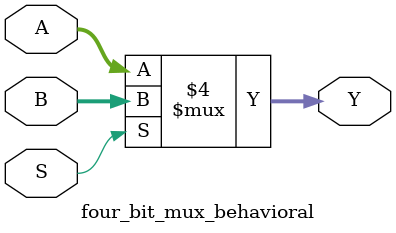
<source format=v>
`timescale 1ns / 1ps


module four_bit_mux_behavioral(Y, A, B, S);

    output reg[3:0] Y;          //1-bit output    
    input wire[3:0] A, B;       //4-bit inputs    
    input wire S;               //1-bit input
    
    
    always @ (A or B or S)  //Always block triggers when A, B, or S change
        begin
            if(S == 1'b0)
                Y = A;      //drive Y with A
            else
                Y = B;      //drive Y with B
        end

endmodule

</source>
